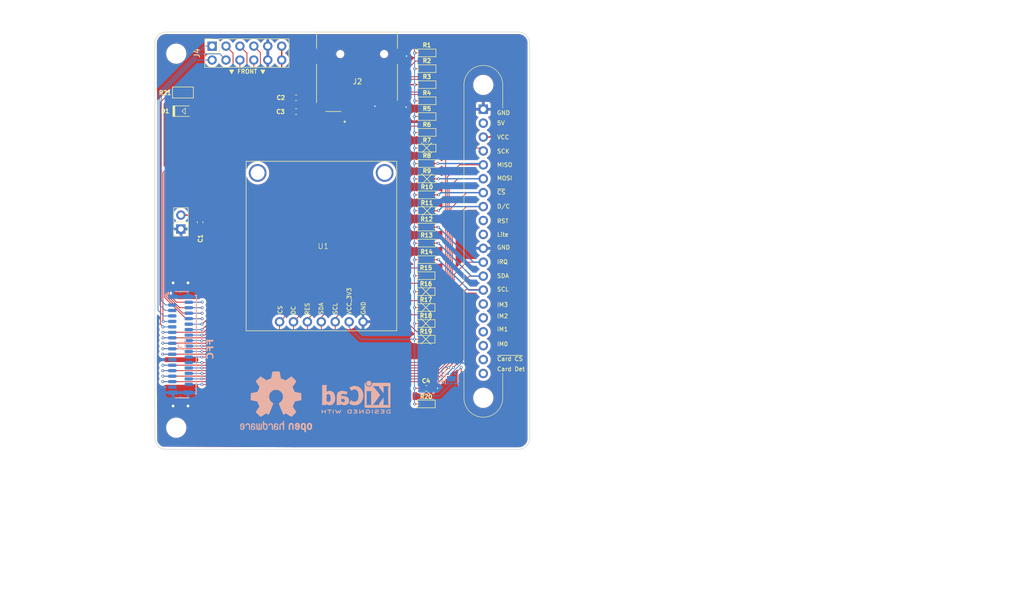
<source format=kicad_pcb>
(kicad_pcb (version 20240108) (generator "pcbnew") (generator_version "8.0")
  (layers (0 "F.Cu" signal) (31 "B.Cu" signal) (34 "B.Paste" user) (35 "F.Paste" user) (36 "B.SilkS" user "B.Silkscreen") (37 "F.SilkS" user "F.Silkscreen") (38 "B.Mask" user) (39 "F.Mask" user) (44 "Edge.Cuts" user))
  (net 0 "")
  (net 3 "FFC_25")
  (net 4 "FFC_28")
  (net 5 "FFC_8")
  (net 6 "FFC_15")
  (net 7 "FFC_21")
  (net 8 "FFC_20")
  (net 9 "FFC_23")
  (net 10 "FFC_29")
  (net 11 "FFC_14")
  (net 12 "FFC_22")
  (net 13 "FFC_26")
  (net 14 "FFC_30")
  (net 15 "FFC_2")
  (net 16 "FFC_7")
  (net 17 "FFC_10")
  (net 18 "FFC_5")
  (net 19 "FFC_6")
  (net 20 "FFC_17")
  (net 21 "FFC_24")
  (net 22 "FFC_16")
  (net 23 "FFC_9")
  (net 24 "FFC_1")
  (net 25 "FFC_27")
  (net 26 "FFC_3")
  (net 27 "FFC_31")
  (net 28 "FFC_12")
  (net 29 "FFC_19")
  (net 30 "FFC_18")
  (net 31 "FFC_32")
  (net 32 "FFC_11")
  (net 33 "FFC_4")
  (net 34 "FFC_13")
  (net 42 "Net-(D1-A)")
  (net 43 "+3V3")
  (net 44 "GND")
  (footprint "PCM_Resistor_SMD_AKL:R_0603_1608Metric_Pad1.05x0.95mm_HandSolder" (layer "F.Cu") (at 116.9 46.8625)
    (property "Reference" "R1")
    (property "Value" "10k")
  )
  (footprint "PCM_Resistor_SMD_AKL:R_0603_1608Metric_Pad1.05x0.95mm_HandSolder" (layer "F.Cu") (at 116.900011 75.668426)
    (property "Reference" "R11")
    (property "Value" "10k")
  )
  (footprint "PCM_Resistor_SMD_AKL:R_0603_1608Metric_Pad1.05x0.95mm_HandSolder" (layer "F.Cu") (at 116.900011 64.240926)
    (property "Reference" "R7")
    (property "Value" "10k")
  )
  (footprint "Capacitor_SMD:C_0603_1608Metric_Pad1.08x0.95mm_HandSolder" (layer "F.Cu") (at 93.0375 55.0525)
    (property "Reference" "C2")
    (property "Value" "10uF")
  )
  (footprint "HiLetgo:OLED_0.95in_96x128_SPI_No_Bottom_Drill_Holes" (layer "F.Cu") (at 84.0235 66.7754)
    (property "Reference" "U1")
    (property "Value" "OLED")
  )
  (footprint "MSD_4_A:CUI_MSD-4-A" (layer "F.Cu") (at 104.15 50.3225 180)
    (property "Reference" "J2")
    (property "Value" "MSD-4-A")
  )
  (footprint "PCM_Resistor_SMD_AKL:R_0603_1608Metric_Pad1.05x0.95mm_HandSolder" (layer "F.Cu") (at 116.729591 87.540926)
    (property "Reference" "R15")
    (property "Value" "10k")
  )
  (footprint "PCM_Resistor_SMD_AKL:R_0603_1608Metric_Pad1.05x0.95mm_HandSolder" (layer "F.Cu") (at 116.854011 78.665926)
    (property "Reference" "R12")
    (property "Value" "10k")
  )
  (footprint "PCM_Resistor_SMD_AKL:R_0603_1608Metric_Pad1.05x0.95mm_HandSolder" (layer "F.Cu") (at 116.9 52.65)
    (property "Reference" "R3")
    (property "Value" "10k")
  )
  (footprint "PCM_Resistor_SMD_AKL:R_0603_1608Metric_Pad1.05x0.95mm_HandSolder" (layer "F.Cu") (at 116.729591 96.279863)
    (property "Reference" "R18")
    (property "Value" "10k")
  )
  (footprint "PCM_Resistor_SMD_AKL:R_0603_1608Metric_Pad1.05x0.95mm_HandSolder" (layer "F.Cu") (at 116.729591 99.146863)
    (property "Reference" "R19")
    (property "Value" "10k")
  )
  (footprint "PCM_Resistor_SMD_AKL:R_0603_1608Metric_Pad1.05x0.95mm_HandSolder" (layer "F.Cu") (at 116.854011 84.615926)
    (property "Reference" "R14")
    (property "Value" "10k")
  )
  (footprint "PCM_Resistor_SMD_AKL:R_0603_1608Metric_Pad1.05x0.95mm_HandSolder" (layer "F.Cu") (at 116.900011 72.776426)
    (property "Reference" "R10")
    (property "Value" "10k")
  )
  (footprint "QBLP631_White_LED:QBLP631_White_LED_0805" (layer "F.Cu") (at 72.56152 57.490976)
    (property "Reference" "D1")
    (property "Value" "White")
  )
  (footprint "PCM_Resistor_SMD_AKL:R_0603_1608Metric_Pad1.05x0.95mm_HandSolder" (layer "F.Cu") (at 116.9 49.732)
    (property "Reference" "R2")
    (property "Value" "10k")
  )
  (footprint "PCM_Resistor_SMD_AKL:R_0603_1608Metric_Pad1.05x0.95mm_HandSolder" (layer "F.Cu") (at 116.729591 93.362863)
    (property "Reference" "R17")
    (property "Value" "10k")
  )
  (footprint "PCM_Resistor_SMD_AKL:R_0805_2012Metric_Pad1.15x1.40mm" (layer "F.Cu") (at 72.39 54.09)
    (property "Reference" "R21")
    (property "Value" "536" (hide yes))
  )
  (footprint "PCM_Resistor_SMD_AKL:R_0603_1608Metric_Pad1.05x0.95mm_HandSolder" (layer "F.Cu") (at 116.900011 69.859426)
    (property "Reference" "R9")
    (property "Value" "10k")
  )
  (footprint "Connector_PinHeader_2.54mm:PinHeader_2x01_P2.54mm_Vertical" (layer "F.Cu") (at 72.016 79.017 90)
    (property "Reference" "J1" (hide yes))
    (property "Value" "PH1-02-UA")
  )
  (footprint "MountingHole:MountingHole_3.2mm_M3" (layer "F.Cu") (at 71.171 47.001)
    (property "Reference" "H3" (hide yes))
    (property "Value" "M3")
  )
  (footprint "PCM_Resistor_SMD_AKL:R_0603_1608Metric_Pad1.05x0.95mm_HandSolder" (layer "F.Cu") (at 116.900011 67.05704)
    (property "Reference" "R8")
    (property "Value" "10k")
  )
  (footprint "Capacitor_SMD:C_0603_1608Metric_Pad1.08x0.95mm_HandSolder" (layer "F.Cu") (at 116.79 108.11)
    (property "Reference" "C4")
    (property "Value" "0.1uF")
  )
  (footprint "Capacitor_SMD:C_0603_1608Metric_Pad1.08x0.95mm_HandSolder" (layer "F.Cu") (at 93.0375 57.5625)
    (property "Reference" "C3")
    (property "Value" "0.1uF")
  )
  (footprint "Capacitor_SMD:C_0603_1608Metric_Pad1.08x0.95mm_HandSolder" (layer "F.Cu") (at 75.53 77.78 -90)
    (property "Reference" "C1")
    (property "Value" "47uF")
  )
  (footprint "Adafruit_Modules:Adafruit 2.8 Cap Touchscreen (2090)" (layer "F.Cu") (at 123.462494 48.96866)
    (property "Reference" "ADA1" (hide yes))
    (property "Value" "Adafruit 2.8\" Cap Touch #2090")
  )
  (footprint "PCM_Resistor_SMD_AKL:R_0603_1608Metric_Pad1.05x0.95mm_HandSolder" (layer "F.Cu") (at 116.854011 81.590926)
    (property "Reference" "R13")
    (property "Value" "10k")
  )
  (footprint "MountingHole:MountingHole_3.2mm_M3" (layer "F.Cu") (at 71.171 115.301)
    (property "Reference" "H1" (hide yes))
    (property "Value" "M3")
  )
  (footprint "PCM_Resistor_SMD_AKL:R_0603_1608Metric_Pad1.05x0.95mm_HandSolder" (layer "F.Cu") (at 116.9 61.375)
    (property "Reference" "R6")
    (property "Value" "10k")
  )
  (footprint "PCM_Resistor_SMD_AKL:R_0603_1608Metric_Pad1.05x0.95mm_HandSolder" (layer "F.Cu") (at 116.9 58.475)
    (property "Reference" "R5")
    (property "Value" "10k")
  )
  (footprint "PCM_Resistor_SMD_AKL:R_0603_1608Metric_Pad1.05x0.95mm_HandSolder" (layer "F.Cu") (at 116.729591 90.453826)
    (property "Reference" "R16")
    (property "Value" "10k")
  )
  (footprint "Connector_PinSocket_2.54mm:PinSocket_2x06_P2.54mm_Vertical" (layer "F.Cu") (at 77.71 45.62 90)
    (property "Reference" "J4")
    (property "Value" "Conn_02x06_Odd_Even")
  )
  (footprint "PCM_Resistor_SMD_AKL:R_0603_1608Metric_Pad1.05x0.95mm_HandSolder" (layer "F.Cu") (at 116.77 110.97)
    (property "Reference" "R20")
    (property "Value" "10k")
  )
  (footprint "PCM_Resistor_SMD_AKL:R_0603_1608Metric_Pad1.05x0.95mm_HandSolder" (layer "F.Cu") (at 116.9 55.6)
    (property "Reference" "R4")
    (property "Value" "10k")
  )
  (footprint "Package_SON:WSON-6-1EP_2x2mm_P0.65mm_EP1x1.6mm" (layer "B.Cu") (at 121.37 106.3475 -90)
    (property "Reference" "U2")
    (property "Value" "TMP117MAIDRV")
  )
  (footprint "Symbol:KiCad-Logo2_5mm_SilkScreen" (layer "B.Cu") (at 103.98 109.72 180)
    (property "Reference" "G1" (hide yes))
    (property "Value" "Logo_Open_Hardware_Small" (hide yes))
  )
  (footprint "FH12-32S-0.5SVA:FH1232S05SVA54" (layer "B.Cu") (at 72.275 100.14 -90)
    (property "Reference" "J3")
    (property "Value" "FH12-32S-0.5SVA" (hide yes))
  )
  (footprint "Symbol:OSHW-Logo2_14.6x12mm_SilkScreen" (layer "B.Cu") (at 89.38 110.58 180)
    (property "Reference" "G2" (hide yes))
    (property "Value" "Logo_Open_Hardware_Small" (hide yes))
  )
  (gr_line (start 115.987128 74.764889) (end 117.838318 76.616079) (stroke (width 0.127)) (layer "F.SilkS"))
  (gr_line (start 115.962128 68.939889) (end 117.813318 70.791079) (stroke (width 0.127)) (layer "F.SilkS"))
  (gr_line (start 115.908128 63.271466) (end 117.759318 65.122656) (stroke (width 0.127)) (layer "F.SilkS"))
  (gr_line (start 115.803996 98.232963) (end 117.655186 100.084153) (stroke (width 0.127)) (layer "F.SilkS"))
  (gr_line (start 115.837554 94.217037) (end 117.621628 92.432963) (stroke (width 0.127)) (layer "F.SilkS"))
  (gr_line (start 116.007974 65.05554) (end 117.792048 63.271466) (stroke (width 0.127)) (layer "F.SilkS"))
  (gr_line (start 115.803996 95.357963) (end 117.655186 97.209153) (stroke (width 0.127)) (layer "F.SilkS"))
  (gr_line (start 115.837554 97.142037) (end 117.621628 95.357963) (stroke (width 0.127)) (layer "F.SilkS"))
  (gr_line (start 115.803996 89.540926) (end 117.655186 91.392116) (stroke (width 0.127)) (layer "F.SilkS"))
  (gr_line (start 115.837554 100.017037) (end 117.621628 98.232963) (stroke (width 0.127)) (layer "F.SilkS"))
  (gr_line (start 116.086974 76.548963) (end 117.871048 74.764889) (stroke (width 0.127)) (layer "F.SilkS"))
  (gr_line (start 116.061974 70.723963) (end 117.846048 68.939889) (stroke (width 0.127)) (layer "F.SilkS"))
  (gr_line (start 115.837554 91.325) (end 117.621628 89.540926) (stroke (width 0.127)) (layer "F.SilkS"))
  (gr_line (start 115.803996 92.432963) (end 117.655186 94.284153) (stroke (width 0.127)) (layer "F.SilkS"))
  (gr_line (start 67.263 117.219) (end 67.263 45.083) (stroke (width 0.1016)) (layer "Edge.Cuts"))
  (gr_line (start 69.295 119.251) (end 133.613159 119.251) (stroke (width 0.1016)) (layer "Edge.Cuts"))
  (gr_arc (start 135.645159 117.219) (mid 135.05 118.655841) (end 133.613159 119.251) (stroke (width 0.1016)) (layer "Edge.Cuts"))
  (gr_line (start 135.645159 45.083) (end 135.645159 117.219) (stroke (width 0.1016)) (layer "Edge.Cuts"))
  (gr_arc (start 67.263 45.083) (mid 67.858159 43.646159) (end 69.295 43.051) (stroke (width 0.1016)) (layer "Edge.Cuts"))
  (gr_arc (start 69.295 119.251) (mid 67.858159 118.655841) (end 67.263 117.219) (stroke (width 0.1016)) (layer "Edge.Cuts"))
  (gr_line (start 69.295 43.051) (end 133.613159 43.051) (stroke (width 0.1016)) (layer "Edge.Cuts"))
  (gr_arc (start 133.613159 43.051) (mid 135.05 43.646159) (end 135.645159 45.083) (stroke (width 0.1016)) (layer "Edge.Cuts"))
  (gr_text "FFC" (at 78.17 99.08 90) (layer "B.SilkS") (effects (font (size 1.27 1.27) (thickness 0.1524) (bold yes)) (justify left bottom mirror)))
  (gr_text "▼ FRONT ▼" (at 80.7 50.7 0) (layer "F.SilkS") (effects (font (size 0.762 0.762) (thickness 0.1524) (bold yes)) (justify left bottom)))
  (segment (start 75.85 104.39) (end 118.34 104.39) (width 0.1524) (layer "F.Cu") (net 3))
  (segment (start 117.775011 69.859426) (end 118.989426 69.859426) (width 0.254) (layer "F.Cu") (net 3))
  (segment (start 122.52634 69.84366) (end 127.192494 69.84366) (width 0.1524) (layer "F.Cu") (net 3))
  (segment (start 120.96 71.41) (end 122.52634 69.84366) (width 0.1524) (layer "F.Cu") (net 3))
  (segment (start 118.34 104.39) (end 120.96 101.77) (width 0.1524) (layer "F.Cu") (net 3))
  (segment (start 118.989426 69.859426) (end 118.99 69.86) (width 0.254) (layer "F.Cu") (net 3))
  (segment (start 120.96 101.77) (end 120.96 71.41) (width 0.1524) (layer "F.Cu") (net 3))
  (via (at 75.85 104.39) (size 0.508) (drill 0.254) (layers "F.Cu" "B.Cu") (net 3))
  (via (at 118.99 69.86) (size 0.508) (drill 0.254) (layers "F.Cu" "B.Cu") (net 3))
  (segment (start 73.45 104.39) (end 75.85 104.39) (width 0.1524) (layer "B.Cu") (net 3))
  (segment (start 118.99 69.86) (end 119.00634 69.84366) (width 0.254) (layer "B.Cu") (net 3))
  (segment (start 119.00634 69.84366) (end 127.192494 69.84366) (width 0.254) (layer "B.Cu") (net 3))
  (segment (start 124.12074 85.08366) (end 127.192494 85.08366) (width 0.1524) (layer "F.Cu") (net 4))
  (segment (start 68.7126 105.8826) (end 118.5974 105.8826) (width 0.1524) (layer "F.Cu") (net 4))
  (segment (start 121.8744 102.6056) (end 121.8744 87.33) (width 0.1524) (layer "F.Cu") (net 4))
  (segment (start 121.8744 87.33) (end 124.12074 85.08366) (width 0.1524) (layer "F.Cu") (net 4))
  (segment (start 117.729011 78.665926) (end 118.985926 78.665926) (width 0.254) (layer "F.Cu") (net 4))
  (segment (start 118.985926 78.665926) (end 118.99 78.67) (width 0.254) (layer "F.Cu") (net 4))
  (segment (start 68.72 105.89) (end 68.7126 105.8826) (width 0.1524) (layer "F.Cu") (net 4))
  (segment (start 118.5974 105.8826) (end 121.8744 102.6056) (width 0.1524) (layer "F.Cu") (net 4))
  (via (at 118.99 78.67) (size 0.508) (drill 0.254) (layers "F.Cu" "B.Cu") (net 4))
  (via (at 68.72 105.89) (size 0.508) (drill 0.254) (layers "F.Cu" "B.Cu") (net 4))
  (segment (start 70.45 105.89) (end 68.72 105.89) (width 0.1524) (layer "B.Cu") (net 4))
  (segment (start 118.99 78.67) (end 125.40366 85.08366) (width 0.254) (layer "B.Cu") (net 4))
  (segment (start 125.40366 85.08366) (end 127.192494 85.08366) (width 0.254) (layer "B.Cu") (net 4))
  (segment (start 80.25 45.62) (end 81.54 46.91) (width 0.1524) (layer "F.Cu") (net 5))
  (segment (start 68.7308 68.734992) (end 68.7308 95.8558) (width 0.1524) (layer "F.Cu") (net 5))
  (segment (start 70.644992 66.8208) (end 68.7308 68.734992) (width 0.1524) (layer "F.Cu") (net 5))
  (segment (start 81.54 58.048948) (end 73.016449 66.572499) (width 0.1524) (layer "F.Cu") (net 5))
  (segment (start 68.7308 95.8558) (end 68.75 95.875) (width 0.1524) (layer "F.Cu") (net 5))
  (segment (start 81.54 46.91) (end 81.54 58.048948) (width 0.1524) (layer "F.Cu") (net 5))
  (segment (start 73.016449 66.586449) (end 72.782098 66.8208) (width 0.1524) (layer "F.Cu") (net 5))
  (segment (start 72.782098 66.8208) (end 70.644992 66.8208) (width 0.1524) (layer "F.Cu") (net 5))
  (segment (start 73.016449 66.572499) (end 73.016449 66.586449) (width 0.1524) (layer "F.Cu") (net 5))
  (via (at 68.78 95.89) (size 0.508) (drill 0.254) (layers "F.Cu" "B.Cu") (net 5))
  (segment (start 68.78 95.89) (end 68.765 95.89) (width 0.1524) (layer "B.Cu") (net 5))
  (segment (start 68.765 95.89) (end 68.75 95.875) (width 0.1524) (layer "B.Cu") (net 5))
  (segment (start 70.45 95.89) (end 68.78 95.89) (width 0.1524) (layer "B.Cu") (net 5))
  (segment (start 76.87 99.39) (end 75.82 99.39) (width 0.1524) (layer "F.Cu") (net 6))
  (segment (start 117.33 54.46) (end 111.97 54.46) (width 0.1524) (layer "F.Cu") (net 6))
  (segment (start 109.6 62.351052) (end 101.254 70.697052) (width 0.1524) (layer "F.Cu") (net 6))
  (segment (start 101.254 75.006) (end 76.87 99.39) (width 0.1524) (layer "F.Cu") (net 6))
  (segment (start 101.254 70.697052) (end 101.254 75.006) (width 0.1524) (layer "F.Cu") (net 6))
  (segment (start 109.6 56.83) (end 109.6 62.351052) (width 0.1524) (layer "F.Cu") (net 6))
  (segment (start 111.97 54.46) (end 109.6 56.83) (width 0.1524) (layer "F.Cu") (net 6))
  (segment (start 117.775 54.905) (end 117.33 54.46) (width 0.1524) (layer "F.Cu") (net 6))
  (segment (start 117.775 55.6) (end 117.775 54.905) (width 0.1524) (layer "F.Cu") (net 6))
  (via (at 75.82 99.39) (size 0.508) (drill 0.254) (layers "F.Cu" "B.Cu") (net 6))
  (segment (start 73.45 99.39) (end 75.82 99.39) (width 0.1524) (layer "B.Cu") (net 6))
  (segment (start 116.76 97.79) (end 117.604591 98.634591) (width 0.1524) (layer "F.Cu") (net 7))
  (segment (start 100.1779 98.0521) (end 100.1779 95.9584) (width 0.1524) (layer "F.Cu") (net 7))
  (segment (start 101.65 93.83) (end 111.1 93.83) (width 0.1524) (layer "F.Cu") (net 7))
  (segment (start 111.1 93.83) (end 115.06 97.79) (width 0.1524) (layer "F.Cu") (net 7))
  (segment (start 117.604591 98.634591) (end 117.604591 99.146863) (width 0.1524) (layer "F.Cu") (net 7))
  (segment (start 100.1779 95.9584) (end 100.1779 95.3021) (width 0.1524) (layer "F.Cu") (net 7))
  (segment (start 75.84 102.4) (end 95.95 102.4) (width 0.1524) (layer "F.Cu") (net 7))
  (segment (start 100.1779 95.3021) (end 101.65 93.83) (width 0.1524) (layer "F.Cu") (net 7))
  (segment (start 95.95 102.4) (end 100.16 98.19) (width 0.1524) (layer "F.Cu") (net 7))
  (segment (start 100.16 98.19) (end 100.16 98.07) (width 0.1524) (layer "F.Cu") (net 7))
  (segment (start 100.16 98.07) (end 100.1779 98.0521) (width 0.1524) (layer "F.Cu") (net 7))
  (segment (start 115.06 97.79) (end 116.76 97.79) (width 0.1524) (layer "F.Cu") (net 7))
  (via (at 75.84 102.4) (size 0.508) (drill 0.254) (layers "F.Cu" "B.Cu") (net 7))
  (segment (start 75.83 102.39) (end 75.84 102.4) (width 0.1524) (layer "B.Cu") (net 7))
  (segment (start 73.45 102.39) (end 75.83 102.39) (width 0.1524) (layer "B.Cu") (net 7))
  (segment (start 114.14 94.68) (end 112.44 92.98) (width 0.1524) (layer "F.Cu") (net 8))
  (segment (start 75.6375 101.87) (end 75.6401 101.8726) (width 0.1524) (layer "F.Cu") (net 8))
  (segment (start 93.2674 101.8726) (end 97.6379 97.5021) (width 0.1524) (layer "F.Cu") (net 8))
  (segment (start 116.97 94.68) (end 114.14 94.68) (width 0.1524) (layer "F.Cu") (net 8))
  (segment (start 112.44 92.98) (end 99.77 92.98) (width 0.1524) (layer "F.Cu") (net 8))
  (segment (start 75.6401 101.8726) (end 93.2674 101.8726) (width 0.1524) (layer "F.Cu") (net 8))
  (segment (start 97.6379 97.5021) (end 97.6379 95.9584) (width 0.1524) (layer "F.Cu") (net 8))
  (segment (start 99.77 92.98) (end 97.6379 95.1121) (width 0.1524) (layer "F.Cu") (net 8))
  (segment (start 68.69 101.87) (end 75.6375 101.87) (width 0.1524) (layer "F.Cu") (net 8))
  (segment (start 117.604591 95.314591) (end 116.97 94.68) (width 0.1524) (layer "F.Cu") (net 8))
  (segment (start 97.6379 95.1121) (end 97.6379 95.9584) (width 0.1524) (layer "F.Cu") (net 8))
  (segment (start 117.604591 96.279863) (end 117.604591 95.314591) (width 0.1524) (layer "F.Cu") (net 8))
  (via (at 68.69 101.87) (size 0.508) (drill 0.254) (layers "F.Cu" "B.Cu") (net 8))
  (segment (start 68.71 101.89) (end 68.69 101.87) (width 0.1524) (layer "B.Cu") (net 8))
  (segment (start 70.45 101.89) (end 68.71 101.89) (width 0.1524) (layer "B.Cu") (net 8))
  (segment (start 120.32 101.34) (end 120.32 65.81) (width 0.1524) (layer "F.Cu") (net 9))
  (segment (start 120.31 65.8) (end 118.750926 64.240926) (width 0.1524) (layer "F.Cu") (net 9))
  (segment (start 118.750926 64.240926) (end 117.775011 64.240926) (width 0.1524) (layer "F.Cu") (net 9))
  (segment (start 118.27 103.39) (end 120.32 101.34) (width 0.1524) (layer "F.Cu") (net 9))
  (segment (start 75.84 103.39) (end 118.27 103.39) (width 0.1524) (layer "F.Cu") (net 9))
  (segment (start 117.775011 64.240926) (end 126.66976 64.240926) (width 0.1524) (layer "F.Cu") (net 9))
  (segment (start 126.66976 64.240926) (end 127.192494 64.76366) (width 0.1524) (layer "F.Cu") (net 9))
  (via (at 75.84 103.39) (size 0.508) (drill 0.254) (layers "F.Cu" "B.Cu") (net 9))
  (segment (start 73.45 103.39) (end 75.84 103.39) (width 0.1524) (layer "B.Cu") (net 9))
  (segment (start 118.82 106.39) (end 75.84 106.39) (width 0.1524) (layer "F.Cu") (net 10))
  (segment (start 118.990926 81.590926) (end 119 81.6) (width 0.254) (layer "F.Cu") (net 10))
  (segment (start 127.192494 87.62366) (end 124.65634 87.62366) (width 0.1524) (layer "F.Cu") (net 10))
  (segment (start 122.2 90.08) (end 122.2 103.01) (width 0.1524) (layer "F.Cu") (net 10))
  (segment (start 122.2 103.01) (end 118.82 106.39) (width 0.1524) (layer "F.Cu") (net 10))
  (segment (start 124.65634 87.62366) (end 122.2 90.08) (width 0.1524) (layer "F.Cu") (net 10))
  (segment (start 117.729011 81.590926) (end 118.990926 81.590926) (width 0.254) (layer "F.Cu") (net 10))
  (via (at 119 81.6) (size 0.508) (drill 0.254) (layers "F.Cu" "B.Cu") (net 10))
  (via (at 120.89125 104.29) (size 0.508) (drill 0.254) (layers "F.Cu" "B.Cu") (net 10))
  (via (at 75.84 106.39) (size 0.508) (drill 0.254) (layers "F.Cu" "B.Cu") (net 10))
  (segment (start 120.715 107.23) (end 120.72 107.235) (width 0.1524) (layer "B.Cu") (net 10))
  (segment (start 125.02366 87.62366) (end 127.192494 87.62366) (width 0.254) (layer "B.Cu") (net 10))
  (segment (start 73.45 106.39) (end 75.84 106.39) (width 0.1524) (layer "B.Cu") (net 10))
  (segment (start 119 81.6) (end 125.02366 87.62366) (width 0.254) (layer "B.Cu") (net 10))
  (segment (start 119.975 107.235) (end 120.72 107.235) (width 0.1524) (layer "B.Cu") (net 10))
  (segment (start 119.68 104.64) (end 119.68 106.94) (width 0.1524) (layer "B.Cu") (net 10))
  (segment (start 119.68 106.94) (end 119.975 107.235) (width 0.1524) (layer "B.Cu") (net 10))
  (segment (start 120.89125 104.29) (end 120.03 104.29) (width 0.1524) (layer "B.Cu") (net 10))
  (segment (start 120.03 104.29) (end 119.68 104.64) (width 0.1524) (layer "B.Cu") (net 10))
  (segment (start 118.29 54.02) (end 118.85 54.58) (width 0.1524) (layer "F.Cu") (net 11))
  (segment (start 100.9492 70.5708) (end 108.5 63.02) (width 0.1524) (layer "F.Cu") (net 11))
  (segment (start 118.85 57.4) (end 117.775 58.475) (width 0.1524) (layer "F.Cu") (net 11))
  (segment (start 100.9492 74.5908) (end 100.9492 70.5708) (width 0.1524) (layer "F.Cu") (net 11))
  (segment (start 76.65 98.89) (end 100.9492 74.5908) (width 0.1524) (layer "F.Cu") (net 11))
  (segment (start 68.75 98.89) (end 76.65 98.89) (width 0.1524) (layer "F.Cu") (net 11))
  (segment (start 108.5 63.02) (end 108.5 57.01) (width 0.1524) (layer "F.Cu") (net 11))
  (segment (start 118.85 54.58) (end 118.85 57.4) (width 0.1524) (layer "F.Cu") (net 11))
  (segment (start 111.49 54.02) (end 118.29 54.02) (width 0.1524) (layer "F.Cu") (net 11))
  (segment (start 108.5 57.01) (end 111.49 54.02) (width 0.1524) (layer "F.Cu") (net 11))
  (via (at 68.75 98.89) (size 0.508) (drill 0.254) (layers "F.Cu" "B.Cu") (net 11))
  (segment (start 70.45 98.89) (end 68.75 98.89) (width 0.1524) (layer "B.Cu") (net 11))
  (segment (start 117.775011 72.776426) (end 119.043574 72.776426) (width 0.254) (layer "F.Cu") (net 13))
  (segment (start 68.7 104.89) (end 68.6826 104.8726) (width 0.1524) (layer "F.Cu") (net 13))
  (segment (start 121.2648 75.27) (end 124.15114 72.38366) (width 0.1524) (layer "F.Cu") (net 13))
  (segment (start 68.6826 104.8726) (end 118.4274 104.8726) (width 0.1524) (layer "F.Cu") (net 13))
  (segment (start 119.043574 72.776426) (end 119.05 72.77) (width 0.254) (layer "F.Cu") (net 13))
  (segment (start 121.2648 102.0352) (end 121.2648 75.27) (width 0.1524) (layer "F.Cu") (net 13))
  (segment (start 124.15114 72.38366) (end 127.192494 72.38366) (width 0.1524) (layer "F.Cu") (net 13))
  (segment (start 118.4274 104.8726) (end 121.2648 102.0352) (width 0.1524) (layer "F.Cu") (net 13))
  (via (at 119.05 72.77) (size 0.508) (drill 0.254) (layers "F.Cu" "B.Cu") (net 13))
  (via (at 68.7 104.89) (size 0.508) (drill 0.254) (layers "F.Cu" "B.Cu") (net 13))
  (segment (start 119.43634 72.38366) (end 127.192494 72.38366) (width 0.254) (layer "B.Cu") (net 13))
  (segment (start 70.45 104.89) (end 68.7 104.89) (width 0.1524) (layer "B.Cu") (net 13))
  (segment (start 119.05 72.77) (end 119.43634 72.38366) (width 0.254) (layer "B.Cu") (net 13))
  (segment (start 122.5048 91.6052) (end 124.05 90.06) (width 0.1524) (layer "F.Cu") (net 14))
  (segment (start 122.5048 103.5252) (end 122.5048 91.6052) (width 0.1524) (layer "F.Cu") (net 14))
  (segment (start 117.729011 84.615926) (end 119.005926 84.615926) (width 0.254) (layer "F.Cu") (net 14))
  (segment (start 119.005926 84.615926) (end 119.01 84.62) (width 0.254) (layer "F.Cu") (net 14))
  (segment (start 121.73 104.3) (end 119.14 106.89) (width 0.1524) (layer "F.Cu") (net 14))
  (segment (start 121.73 104.3) (end 122.5048 103.5252) (width 0.1524) (layer "F.Cu") (net 14))
  (segment (start 127.088834 90.06) (end 127.192494 90.16366) (width 0.1524) (layer "F.Cu") (net 14))
  (segment (start 119.14 106.89) (end 68.7 106.89) (width 0.1524) (layer "F.Cu") (net 14))
  (segment (start 124.05 90.06) (end 127.088834 90.06) (width 0.1524) (layer "F.Cu") (net 14))
  (via (at 68.7 106.89) (size 0.508) (drill 0.254) (layers "F.Cu" "B.Cu") (net 14))
  (via (at 121.73 104.3) (size 0.508) (drill 0.254) (layers "F.Cu" "B.Cu") (net 14))
  (via (at 119.01 84.62) (size 0.508) (drill 0.254) (layers "F.Cu" "B.Cu") (net 14))
  (segment (start 121.73 104.3) (end 120.72 105.31) (width 0.1524) (layer "B.Cu") (net 14))
  (segment (start 70.45 106.89) (end 68.7 106.89) (width 0.1524) (layer "B.Cu") (net 14))
  (segment (start 119.01 84.62) (end 124.55366 90.16366) (width 0.254) (layer "B.Cu") (net 14))
  (segment (start 124.55366 90.16366) (end 127.192494 90.16366) (width 0.254) (layer "B.Cu") (net 14))
  (segment (start 120.72 105.31) (end 120.72 105.46) (width 0.1524) (layer "B.Cu") (net 14))
  (segment (start 74.642104 48.16) (end 77.71 48.16) (width 0.1524) (layer "B.Cu") (net 15))
  (segment (start 68.47 92.13) (end 68.47 54.332104) (width 0.1524) (layer "B.Cu") (net 15))
  (segment (start 69.23 92.89) (end 68.47 92.13) (width 0.1524) (layer "B.Cu") (net 15))
  (segment (start 70.45 92.89) (end 69.23 92.89) (width 0.1524) (layer "B.Cu") (net 15))
  (segment (start 68.47 54.332104) (end 74.642104 48.16) (width 0.1524) (layer "B.Cu") (net 15))
  (segment (start 75.9 95.39) (end 75.885 95.38) (width 0.1524) (layer "F.Cu") (net 16))
  (segment (start 75.885 95.38) (end 75.875 95.38) (width 0.1524) (layer "F.Cu") (net 16))
  (segment (start 70.771244 67.1256) (end 69.0356 68.861244) (width 0.1524) (layer "F.Cu") (net 16))
  (segment (start 72.90835 67.1256) (end 70.771244 67.1256) (width 0.1524) (layer "F.Cu") (net 16))
  (segment (start 81.876975 58.156975) (end 72.90835 67.1256) (width 0.1524) (layer "F.Cu") (net 16))
  (segment (start 69.0356 68.861244) (end 69.0356 91.4956) (width 0.1524) (layer "F.Cu") (net 16))
  (segment (start 82.78 48.17) (end 82.78 57.24) (width 0.1524) (layer "F.Cu") (net 16))
  (segment (start 82.78 57.24) (end 81.876975 58.143025) (width 0.1524) (layer "F.Cu") (net 16))
  (segment (start 81.876975 58.143025) (end 81.876975 58.156975) (width 0.1524) (layer "F.Cu") (net 16))
  (segment (start 72.92 95.38) (end 75.865 95.38) (width 0.1524) (layer "F.Cu") (net 16))
  (segment (start 75.865 95.38) (end 75.9 95.39) (width 0.1524) (layer "F.Cu") (net 16))
  (segment (start 82.79 48.16) (end 82.78 48.17) (width 0.1524) (layer "F.Cu") (net 16))
  (segment (start 69.0356 91.4956) (end 72.92 95.38) (width 0.1524) (layer "F.Cu") (net 16))
  (via (at 75.9 95.39) (size 0.508) (drill 0.254) (layers "F.Cu" "B.Cu") (net 16))
  (segment (start 73.45 95.39) (end 75.865 95.39) (width 0.1524) (layer "B.Cu") (net 16))
  (segment (start 75.865 95.39) (end 75.875 95.38) (width 0.1524) (layer "B.Cu") (net 16))
  (segment (start 68.29 93.99) (end 68.29 55.85) (width 0.1524) (layer "F.Cu") (net 17))
  (segment (start 68.2928 96.4178) (end 68.2928 93.9928) (width 0.1524) (layer "F.Cu") (net 17))
  (segment (start 68.75 96.875) (end 68.2928 96.4178) (width 0.1524) (layer "F.Cu") (net 17))
  (segment (start 68.29 55.85) (end 70.05 54.09) (width 0.1524) (layer "F.Cu") (net 17))
  (segment (start 68.2928 93.9928) (end 68.29 93.99) (width 0.1524) (layer "F.Cu") (net 17))
  (segment (start 70.05 54.09) (end 71.365 54.09) (width 0.1524) (layer "F.Cu") (net 17))
  (via (at 68.74 96.9) (size 0.508) (drill 0.254) (layers "F.Cu" "B.Cu") (net 17))
  (segment (start 68.775 96.9) (end 68.74 96.9) (width 0.1524) (layer "B.Cu") (net 17))
  (segment (start 68.765 96.89) (end 68.775 96.9) (width 0.1524) (layer "B.Cu") (net 17))
  (segment (start 70.45 96.89) (end 68.765 96.89) (width 0.1524) (layer "B.Cu") (net 17))
  (segment (start 68.74 96.9) (end 68.74 96.865) (width 0.1524) (layer "B.Cu") (net 17))
  (segment (start 68.74 96.865) (end 68.75 96.875) (width 0.1524) (layer "B.Cu") (net 17))
  (segment (start 75.9 94.39) (end 75.885 94.38) (width 0.1524) (layer "F.Cu") (net 18))
  (segment (start 75.865 94.38) (end 75.9 94.39) (width 0.1524) (layer "F.Cu") (net 18))
  (segment (start 70.897496 67.4304) (end 69.3404 68.987496) (width 0.1524) (layer "F.Cu") (net 18))
  (segment (start 82.79 45.62) (end 84.07 46.9) (width 0.1524) (layer "F.Cu") (net 18))
  (segment (start 84.07 56.395002) (end 73.034602 67.4304) (width 0.1524) (layer "F.Cu") (net 18))
  (segment (start 72.351052 94.38) (end 75.865 94.38) (width 0.1524) (layer "F.Cu") (net 18))
  (segment (start 73.034602 67.4304) (end 70.897496 67.4304) (width 0.1524) (layer "F.Cu") (net 18))
  (segment (start 84.07 46.9) (end 84.07 56.395002) (width 0.1524) (layer "F.Cu") (net 18))
  (segment (start 69.3404 91.369348) (end 72.351052 94.38) (width 0.1524) (layer "F.Cu") (net 18))
  (segment (start 75.885 94.38) (end 75.875 94.38) (width 0.1524) (layer "F.Cu") (net 18))
  (segment (start 69.3404 68.987496) (end 69.3404 91.369348) (width 0.1524) (layer "F.Cu") (net 18))
  (via (at 75.9 94.39) (size 0.508) (drill 0.254) (layers "F.Cu" "B.Cu") (net 18))
  (segment (start 73.45 94.39) (end 75.865 94.39) (width 0.1524) (layer "B.Cu") (net 18))
  (segment (start 75.865 94.39) (end 75.875 94.38) (width 0.1524) (layer "B.Cu") (net 18))
  (segment (start 68.87 94.89) (end 70.45 94.89) (width 0.1524) (layer "B.Cu") (net 19))
  (segment (start 76.32 45.62) (end 67.84 54.1) (width 0.1524) (layer "B.Cu") (net 19))
  (segment (start 67.84 54.1) (end 67.84 93.86) (width 0.1524) (layer "B.Cu") (net 19))
  (segment (start 67.84 93.86) (end 68.87 94.89) (width 0.1524) (layer "B.Cu") (net 19))
  (segment (start 77.71 45.62) (end 76.32 45.62) (width 0.1524) (layer "B.Cu") (net 19))
  (segment (start 116.203665 86.14) (end 117.604591 87.540926) (width 0.1524) (layer "F.Cu") (net 20))
  (segment (start 90.0179 97.3221) (end 90.0179 95.9584) (width 0.1524) (layer "F.Cu") (net 20))
  (segment (start 86.95 100.39) (end 90.0179 97.3221) (width 0.1524) (layer "F.Cu") (net 20))
  (segment (start 75.84 100.39) (end 86.95 100.39) (width 0.1524) (layer "F.Cu") (net 20))
  (segment (start 99.8363 86.14) (end 116.203665 86.14) (width 0.1524) (layer "F.Cu") (net 20))
  (segment (start 90.0179 95.9584) (end 99.8363 86.14) (width 0.1524) (layer "F.Cu") (net 20))
  (via (at 75.84 100.39) (size 0.508) (drill 0.254) (layers "F.Cu" "B.Cu") (net 20))
  (segment (start 73.45 100.39) (end 75.84 100.39) (width 0.1524) (layer "B.Cu") (net 20))
  (segment (start 117.775011 67.05704) (end 118.90704 67.05704) (width 0.254) (layer "F.Cu") (net 21))
  (segment (start 68.72 103.89) (end 118.32 103.89) (width 0.1524) (layer "F.Cu") (net 21))
  (segment (start 120.6248 101.5852) (end 120.6248 69.52) (width 0.1524) (layer "F.Cu") (net 21))
  (segment (start 118.32 103.89) (end 120.6248 101.5852) (width 0.1524) (layer "F.Cu") (net 21))
  (segment (start 122.84114 67.30366) (end 127.192494 67.30366) (width 0.1524) (layer "F.Cu") (net 21))
  (segment (start 118.90704 67.05704) (end 118.91 67.06) (width 0.254) (layer "F.Cu") (net 21))
  (segment (start 120.6248 69.52) (end 122.84114 67.30366) (width 0.1524) (layer "F.Cu") (net 21))
  (via (at 118.91 67.06) (size 0.508) (drill 0.254) (layers "F.Cu" "B.Cu") (net 21))
  (via (at 68.72 103.89) (size 0.508) (drill 0.254) (layers "F.Cu" "B.Cu") (net 21))
  (segment (start 126.948834 67.06) (end 127.192494 67.30366) (width 0.254) (layer "B.Cu") (net 21))
  (segment (start 118.91 67.06) (end 126.948834 67.06) (width 0.254) (layer "B.Cu") (net 21))
  (segment (start 70.45 103.89) (end 68.72 103.89) (width 0.1524) (layer "B.Cu") (net 21))
  (segment (start 68.7026 99.8726) (end 77.0574 99.8726) (width 0.1524) (layer "F.Cu") (net 22))
  (segment (start 101.57 70.812104) (end 110.7 61.682104) (width 0.1524) (layer "F.Cu") (net 22))
  (segment (start 110.7 61.682104) (end 110.7 60.24) (width 0.1524) (layer "F.Cu") (net 22))
  (segment (start 117.775 61.375) (end 116.64 60.24) (width 0.1524) (layer "F.Cu") (net 22))
  (segment (start 68.7 99.87) (end 68.7026 99.8726) (width 0.1524) (layer "F.Cu") (net 22))
  (segment (start 77.0574 99.8726) (end 101.57 75.36) (width 0.1524) (layer "F.Cu") (net 22))
  (segment (start 101.57 75.36) (end 101.57 70.812104) (width 0.1524) (layer "F.Cu") (net 22))
  (segment (start 116.64 60.24) (end 110.7 60.24) (width 0.1524) (layer "F.Cu") (net 22))
  (segment (start 110.7 60.24) (end 110.7 58.0725) (width 0.1524) (layer "F.Cu") (net 22))
  (via (at 68.7 99.87) (size 0.508) (drill 0.254) (layers "F.Cu" "B.Cu") (net 22))
  (segment (start 68.72 99.89) (end 68.7 99.87) (width 0.1524) (layer "B.Cu") (net 22))
  (segment (start 70.45 99.89) (end 68.72 99.89) (width 0.1524) (layer "B.Cu") (net 22))
  (segment (start 101.9 55.82) (end 107.26 50.46) (width 0.1524) (layer "F.Cu") (net 23))
  (segment (start 101.9 58.0725) (end 101.9 55.82) (width 0.1524) (layer "F.Cu") (net 23))
  (segment (start 117.775 47.595) (end 117.775 46.8625) (width 0.1524) (layer "F.Cu") (net 23))
  (segment (start 75.91 96.38) (end 99.73 72.56) (width 0.1524) (layer "F.Cu") (net 23))
  (segment (start 99.73 72.56) (end 99.73 70.065792) (width 0.1524) (layer "F.Cu") (net 23))
  (segment (start 75.875 96.38) (end 75.91 96.38) (width 0.1524) (layer "F.Cu") (net 23))
  (segment (start 112.74 50.46) (end 114.84 48.36) (width 0.1524) (layer "F.Cu") (net 23))
  (segment (start 114.84 48.36) (end 117.01 48.36) (width 0.1524) (layer "F.Cu") (net 23))
  (segment (start 107.26 50.46) (end 112.74 50.46) (width 0.1524) (layer "F.Cu") (net 23))
  (segment (start 101.91 58.0825) (end 101.9 58.0725) (width 0.1524) (layer "F.Cu") (net 23))
  (segment (start 101.91 67.885792) (end 101.91 58.0825) (width 0.1524) (layer "F.Cu") (net 23))
  (segment (start 99.73 70.065792) (end 101.91 67.885792) (width 0.1524) (layer "F.Cu") (net 23))
  (segment (start 117.01 48.36) (end 117.775 47.595) (width 0.1524) (layer "F.Cu") (net 23))
  (via (at 75.86 96.4) (size 0.508) (drill 0.254) (layers "F.Cu" "B.Cu") (net 23))
  (segment (start 73.45 96.39) (end 75.86 96.4) (width 0.1524) (layer "B.Cu") (net 23))
  (segment (start 75.86 96.4) (end 75.865 96.39) (width 0.1524) (layer "B.Cu") (net 23))
  (segment (start 75.865 96.39) (end 75.875 96.38) (width 0.1524) (layer "B.Cu") (net 23))
  (segment (start 75.885 92.38) (end 75.875 92.38) (width 0.1524) (layer "F.Cu") (net 24))
  (segment (start 71.213156 92.38) (end 75.865 92.38) (width 0.1524) (layer "F.Cu") (net 24))
  (segment (start 85.33 45.62) (end 86.52 46.81) (width 0.1524) (layer "F.Cu") (net 24))
  (segment (start 69.95 69.24) (end 69.95 91.116844) (width 0.1524) (layer "F.Cu") (net 24))
  (segment (start 75.91 92.37) (end 75.885 92.38) (width 0.1524) (layer "F.Cu") (net 24))
  (segment (start 75.865 92.38) (end 75.91 92.37) (width 0.1524) (layer "F.Cu") (net 24))
  (segment (start 86.52 46.81) (end 86.52 54.807106) (width 0.1524) (layer "F.Cu") (net 24))
  (segment (start 86.52 54.807106) (end 73.287106 68.04) (width 0.1524) (layer "F.Cu") (net 24))
  (segment (start 69.95 91.116844) (end 71.213156 92.38) (width 0.1524) (layer "F.Cu") (net 24))
  (segment (start 71.15 68.04) (end 69.95 69.24) (width 0.1524) (layer "F.Cu") (net 24))
  (segment (start 73.287106 68.04) (end 71.15 68.04) (width 0.1524) (layer "F.Cu") (net 24))
  (via (at 75.91 92.37) (size 0.508) (drill 0.254) (layers "F.Cu" "B.Cu") (net 24))
  (segment (start 75.865 92.39) (end 75.875 92.38) (width 0.1524) (layer "B.Cu") (net 24))
  (segment (start 73.45 92.39) (end 75.865 92.39) (width 0.1524) (layer "B.Cu") (net 24))
  (segment (start 117.775011 75.668426) (end 119.038426 75.668426) (width 0.254) (layer "F.Cu") (net 25))
  (segment (start 124.1 74.93) (end 124.2 74.93) (width 0.1524) (layer "F.Cu") (net 25))
  (segment (start 124.2 74.93) (end 124.20634 74.92366) (width 0.1524) (layer "F.Cu") (net 25))
  (segment (start 124.20634 74.92366) (end 127.192494 74.92366) (width 0.1524) (layer "F.Cu") (net 25))
  (segment (start 119.038426 75.668426) (end 119.04 75.67) (width 0.254) (layer "F.Cu") (net 25))
  (segment (start 121.5696 77.4604) (end 124.1 74.93) (width 0.1524) (layer "F.Cu") (net 25))
  (segment (start 118.5 105.4) (end 121.5696 102.3304) (width 0.1524) (layer "F.Cu") (net 25))
  (segment (start 121.5696 102.3304) (end 121.5696 77.4604) (width 0.1524) (layer "F.Cu") (net 25))
  (segment (start 75.84 105.4) (end 118.5 105.4) (width 0.1524) (layer "F.Cu") (net 25))
  (via (at 75.84 105.4) (size 0.508) (drill 0.254) (layers "F.Cu" "B.Cu") (net 25))
  (via (at 119.04 75.67) (size 0.508) (drill 0.254) (layers "F.Cu" "B.Cu") (net 25))
  (segment (start 75.83 105.39) (end 75.84 105.4) (width 0.1524) (layer "B.Cu") (net 25))
  (segment (start 119.04 75.67) (end 119.78634 74.92366) (width 0.254) (layer "B.Cu") (net 25))
  (segment (start 73.45 105.39) (end 75.83 105.39) (width 0.1524) (layer "B.Cu") (net 25))
  (segment (start 119.78634 74.92366) (end 127.192494 74.92366) (width 0.254) (layer "B.Cu") (net 25))
  (segment (start 69.6452 91.243096) (end 71.782104 93.38) (width 0.1524) (layer "F.Cu") (net 26))
  (segment (start 75.9 93.39) (end 75.885 93.38) (width 0.1524) (layer "F.Cu") (net 26))
  (segment (start 73.160854 67.7352) (end 71.023748 67.7352) (width 0.1524) (layer "F.Cu") (net 26))
  (segment (start 85.33 48.16) (end 85.33 55.566054) (width 0.1524) (layer "F.Cu") (net 26))
  (segment (start 85.33 55.566054) (end 73.160854 67.7352) (width 0.1524) (layer "F.Cu") (net 26))
  (segment (start 75.865 93.38) (end 75.9 93.39) (width 0.1524) (layer "F.Cu") (net 26))
  (segment (start 69.6452 69.113748) (end 69.6452 91.243096) (width 0.1524) (layer "F.Cu") (net 26))
  (segment (start 75.885 93.38) (end 75.875 93.38) (width 0.1524) (layer "F.Cu") (net 26))
  (segment (start 71.023748 67.7352) (end 69.6452 69.113748) (width 0.1524) (layer "F.Cu") (net 26))
  (segment (start 71.782104 93.38) (end 75.865 93.38) (width 0.1524) (layer "F.Cu") (net 26))
  (via (at 75.9 93.39) (size 0.508) (drill 0.254) (layers "F.Cu" "B.Cu") (net 26))
  (segment (start 73.45 93.39) (end 75.865 93.39) (width 0.1524) (layer "B.Cu") (net 26))
  (segment (start 75.865 93.39) (end 75.875 93.38) (width 0.1524) (layer "B.Cu") (net 26))
  (segment (start 75.84 107.4) (end 113.29 107.4) (width 0.1524) (layer "F.Cu") (net 27))
  (segment (start 113.29 107.4) (end 113.72 107.83) (width 0.1524) (layer "F.Cu") (net 27))
  (segment (start 113.72 111.37) (end 114.64 112.29) (width 0.1524) (layer "F.Cu") (net 27))
  (segment (start 114.76 112.27) (end 116.94 112.27) (width 0.1524) (layer "F.Cu") (net 27))
  (segment (start 114.74 112.29) (end 114.76 112.27) (width 0.1524) (layer "F.Cu") (net 27))
  (segment (start 120.42 110.97) (end 123.17 108.22) (width 0.1524) (layer "F.Cu") (net 27))
  (segment (start 116.94 112.27) (end 117.645 111.565) (width 0.1524) (layer "F.Cu") (net 27))
  (segment (start 117.645 110.97) (end 120.42 110.97) (width 0.1524) (layer "F.Cu") (net 27))
  (segment (start 123.17 108.22) (end 123.17 104.31) (width 0.1524) (layer "F.Cu") (net 27))
  (segment (start 123.17 104.31) (end 123.19 104.29) (width 0.1524) (layer "F.Cu") (net 27))
  (segment (start 117.645 111.565) (end 117.645 110.97) (width 0.1524) (layer "F.Cu") (net 27))
  (segment (start 114.64 112.29) (end 114.74 112.29) (width 0.1524) (layer "F.Cu") (net 27))
  (segment (start 113.72 107.83) (end 113.72 111.37) (width 0.1524) (layer "F.Cu") (net 27))
  (via (at 123.16 104.29) (size 0.508) (drill 0.254) (layers "F.Cu" "B.Cu") (net 27))
  (via (at 75.84 107.4) (size 0.508) (drill 0.254) (layers "F.Cu" "B.Cu") (net 27))
  (segment (start 123.16 104.32) (end 122.02 105.46) (width 0.1524) (layer "B.Cu") (net 27))
  (segment (start 75.83 107.39) (end 75.84 107.4) (width 0.1524) (layer "B.Cu") (net 27))
  (segment (start 73.45 107.39) (end 75.83 107.39) (width 0.1524) (layer "B.Cu") (net 27))
  (segment (start 123.16 104.29) (end 123.16 104.32) (width 0.1524) (layer "B.Cu") (net 27))
  (segment (start 68.745 97.875) (end 68.74 97.88) (width 0.1524) (layer "F.Cu") (net 28))
  (segment (start 116.92 51.68) (end 117.775 52.535) (width 0.1524) (layer "F.Cu") (net 28))
  (segment (start 68.755 97.875) (end 76.145 97.875) (width 0.1524) (layer "F.Cu") (net 28))
  (segment (start 68.74 97.88) (end 68.755 97.875) (width 0.1524) (layer "F.Cu") (net 28))
  (segment (start 104.1 55.73) (end 108.15 51.68) (width 0.1524) (layer "F.Cu") (net 28))
  (segment (start 117.775 52.535) (end 117.775 52.65) (width 0.1524) (layer "F.Cu") (net 28))
  (segment (start 108.15 51.68) (end 116.92 51.68) (width 0.1524) (layer "F.Cu") (net 28))
  (segment (start 104.1 66.557896) (end 104.1 55.73) (width 0.1524) (layer "F.Cu") (net 28))
  (segment (start 68.75 97.875) (end 68.745 97.875) (width 0.1524) (layer "F.Cu") (net 28))
  (segment (start 100.3396 70.318296) (end 104.1 66.557896) (width 0.1524) (layer "F.Cu") (net 28))
  (segment (start 100.3396 73.6804) (end 100.3396 70.318296) (width 0.1524) (layer "F.Cu") (net 28))
  (segment (start 76.145 97.875) (end 100.3396 73.6804) (width 0.1524) (layer "F.Cu") (net 28))
  (via (at 68.74 97.88) (size 0.508) (drill 0.254) (layers "F.Cu" "B.Cu") (net 28))
  (segment (start 70.45 97.89) (end 68.765 97.89) (width 0.1524) (layer "B.Cu") (net 28))
  (segment (start 68.765 97.89) (end 68.75 97.875) (width 0.1524) (layer "B.Cu") (net 28))
  (segment (start 75.84 101.39) (end 91.37 101.39) (width 0.1524) (layer "F.Cu") (net 29))
  (segment (start 95.0979 95.5321) (end 98.54 92.09) (width 0.1524) (layer "F.Cu") (net 29))
  (segment (start 116.331728 92.09) (end 117.604591 93.362863) (width 0.1524) (layer "F.Cu") (net 29))
  (segment (start 95.0979 97.6621) (end 95.0979 95.9584) (width 0.1524) (layer "F.Cu") (net 29))
  (segment (start 91.37 101.39) (end 95.0979 97.6621) (width 0.1524) (layer "F.Cu") (net 29))
  (segment (start 95.0979 95.9584) (end 95.0979 95.5321) (width 0.1524) (layer "F.Cu") (net 29))
  (segment (start 98.54 92.09) (end 116.331728 92.09) (width 0.1524) (layer "F.Cu") (net 29))
  (via (at 75.84 101.39) (size 0.508) (drill 0.254) (layers "F.Cu" "B.Cu") (net 29))
  (segment (start 73.45 101.39) (end 75.84 101.39) (width 0.1524) (layer "B.Cu") (net 29))
  (segment (start 95.1 95.9605) (end 95.0979 95.9584) (width 0.1524) (layer "B.Cu") (net 29))
  (segment (start 89.1674 100.8726) (end 92.5579 97.4821) (width 0.1524) (layer "F.Cu") (net 30))
  (segment (start 68.7374 100.8726) (end 89.1674 100.8726) (width 0.1524) (layer "F.Cu") (net 30))
  (segment (start 68.72 100.89) (end 68.7374 100.8726) (width 0.1524) (layer "F.Cu") (net 30))
  (segment (start 99.5863 88.93) (end 92.5579 95.9584) (width 0.1524) (layer "F.Cu") (net 30))
  (segment (start 116.65 88.93) (end 99.5863 88.93) (width 0.1524) (layer "F.Cu") (net 30))
  (segment (start 117.604591 89.884591) (end 116.65 88.93) (width 0.1524) (layer "F.Cu") (net 30))
  (segment (start 92.5579 97.4821) (end 92.5579 95.9584) (width 0.1524) (layer "F.Cu") (net 30))
  (segment (start 117.604591 90.453826) (end 117.604591 89.884591) (width 0.1524) (layer "F.Cu") (net 30))
  (via (at 68.72 100.89) (size 0.508) (drill 0.254) (layers "F.Cu" "B.Cu") (net 30))
  (segment (start 70.45 100.89) (end 68.72 100.89) (width 0.1524) (layer "B.Cu") (net 30))
  (segment (start 103 55.66) (end 107.46 51.2) (width 0.1524) (layer "F.Cu") (net 32))
  (segment (start 100.0348 70.192044) (end 103 67.226844) (width 0.1524) (layer "F.Cu") (net 32))
  (segment (start 117.775 50.455) (end 117.775 49.732) (width 0.1524) (layer "F.Cu") (net 32))
  (segment (start 117.03 51.2) (end 117.775 50.455) (width 0.1524) (layer "F.Cu") (net 32))
  (segment (start 100.0348 73.2327) (end 100.0348 70.192044) (width 0.1524) (layer "F.Cu") (net 32))
  (segment (start 75.875 97.38) (end 75.8875 97.38) (width 0.1524) (layer "F.Cu") (net 32))
  (segment (start 103 67.226844) (end 103 55.66) (width 0.1524) (layer "F.Cu") (net 32))
  (segment (start 75.8875 97.38) (end 100.0348 73.2327) (width 0.1524) (layer "F.Cu") (net 32))
  (segment (start 107.46 51.2) (end 117.03 51.2) (width 0.1524) (layer "F.Cu") (net 32))
  (via (at 75.86 97.39) (size 0.508) (drill 0.254) (layers "F.Cu" "B.Cu") (net 32))
  (segment (start 75.865 97.39) (end 75.875 97.38) (width 0.1524) (layer "B.Cu") (net 32))
  (segment (start 75.86 97.39) (end 75.865 97.39) (width 0.1524) (layer "B.Cu") (net 32))
  (segment (start 73.45 97.39) (end 75.86 97.39) (width 0.1524) (layer "B.Cu") (net 32))
  (segment (start 68.1652 54.205852) (end 75.341052 47.03) (width 0.1524) (layer "B.Cu") (net 33))
  (segment (start 79.12 47.03) (end 80.25 48.16) (width 0.1524) (layer "B.Cu") (net 33))
  (segment (start 75.341052 47.03) (end 79.12 47.03) (width 0.1524) (layer "B.Cu") (net 33))
  (segment (start 68.1652 92.9152) (end 68.1652 54.205852) (width 0.1524) (layer "B.Cu") (net 33))
  (segment (start 69.14 93.89) (end 68.1652 92.9152) (width 0.1524) (layer "B.Cu") (net 33))
  (segment (start 70.45 93.89) (end 69.14 93.89) (width 0.1524) (layer "B.Cu") (net 33))
  (segment (start 76.3926 98.3874) (end 100.6444 74.1356) (width 0.1524) (layer "F.Cu") (net 34))
  (segment (start 100.6444 74.1356) (end 100.6444 70.444548) (width 0.1524) (layer "F.Cu") (net 34))
  (segment (start 106.3 64.788948) (end 106.3 58.0725) (width 0.1524) (layer "F.Cu") (net 34))
  (segment (start 100.6444 70.444548) (end 106.3 64.788948) (width 0.1524) (layer "F.Cu") (net 34))
  (segment (start 75.85 98.3874) (end 76.3926 98.3874) (width 0.1524) (layer "F.Cu") (net 34))
  (via (at 75.85 98.3874) (size 0.508) (drill 0.254) (layers "F.Cu" "B.Cu") (net 34))
  (segment (start 73.45 98.39) (end 75.8474 98.39) (width 0.1524) (layer "B.Cu") (net 34))
  (segment (start 75.8474 98.39) (end 75.85 98.3874) (width 0.1524) (layer "B.Cu") (net 34))
  (segment (start 73.5 54.175) (end 73.415 54.09) (width 0.254) (layer "F.Cu") (net 42))
  (segment (start 73.5 57.5) (end 73.5 54.175) (width 0.254) (layer "F.Cu") (net 42))
  (segment (start 92.175 55.0525) (end 87.4575 55.0525) (width 0.254) (layer "F.Cu") (net 43))
  (segment (start 114.61 69.88) (end 116.004437 69.88) (width 0.1524) (layer "F.Cu") (net 43))
  (segment (start 114.62 64.24) (end 116.024085 64.24) (width 0.1524) (layer "F.Cu") (net 43))
  (segment (start 114.62 72.79) (end 116.011437 72.79) (width 0.1524) (layer "F.Cu") (net 43))
  (segment (start 100.85 52.02) (end 107.44 45.43) (width 0.254) (layer "F.Cu") (net 43))
  (segment (start 75.53 76.9175) (end 75.53 66.9) (width 0.254) (layer "F.Cu") (net 43))
  (segment (start 114.61 61.41) (end 115.99 61.41) (width 0.1524) (layer "F.Cu") (net 43))
  (segment (start 116.024085 64.24) (end 116.025011 64.240926) (width 0.1524) (layer "F.Cu") (net 43))
  (segment (start 114.67 108.11) (end 115.9275 108.11) (width 0.1524) (layer "F.Cu") (net 43))
  (segment (start 115.845517 87.55) (end 115.854591 87.540926) (width 0.1524) (layer "F.Cu") (net 43))
  (segment (start 116.0225 46.86) (end 116.025 46.8625) (width 0.1524) (layer "F.Cu") (net 43))
  (segment (start 114.61 67.07) (end 116.012051 67.07) (width 0.1524) (layer "F.Cu") (net 43))
  (segment (start 114.62 90.46) (end 115.848417 90.46) (width 0.1524) (layer "F.Cu") (net 43))
  (segment (start 116.004437 69.88) (end 116.025011 69.859426) (width 0.1524) (layer "F.Cu") (net 43))
  (segment (start 116.012051 67.07) (end 116.025011 67.05704) (width 0.1524) (layer "F.Cu") (net 43))
  (segment (start 130.01 48.11) (end 130.01 60.6) (width 0.254) (layer "F.Cu") (net 43))
  (segment (start 75.53 66.9) (end 84.87 57.56) (width 0.254) (layer "F.Cu") (net 43))
  (segment (start 114.63 84.62) (end 115.974937 84.62) (width 0.1524) (layer "F.Cu") (net 43))
  (segment (start 116.007 49.75) (end 116.025 49.732) (width 0.1524) (layer "F.Cu") (net 43))
  (segment (start 114.62 93.36) (end 115.851728 93.36) (width 0.1524) (layer "F.Cu") (net 43))
  (segment (start 114.66 110.97) (end 115.895 110.97) (width 0.1524) (layer "F.Cu") (net 43))
  (segment (start 74.2175 76.9175) (end 75.53 76.9175) (width 0.254) (layer "F.Cu") (net 43))
  (segment (start 84.87 57.56) (end 90.41 52.02) (width 0.254) (layer "F.Cu") (net 43))
  (segment (start 114.65 110.98) (end 114.66 110.97) (width 0.1524) (layer "F.Cu") (net 43))
  (segment (start 114.63 99.14) (end 115.847728 99.14) (width 0.1524) (layer "F.Cu") (net 43))
  (segment (start 114.62 96.29) (end 115.844454 96.29) (width 0.1524) (layer "F.Cu") (net 43))
  (segment (start 115.848417 90.46) (end 115.854591 90.453826) (width 0.1524) (layer "F.Cu") (net 43))
  (segment (start 115.959937 81.61) (end 115.979011 81.590926) (width 0.1524) (layer "F.Cu") (net 43))
  (segment (start 72.016 76.477) (end 73.777 76.477) (width 0.254) (layer "F.Cu") (net 43))
  (segment (start 114.66 52.65) (end 116.025 52.65) (width 0.254) (layer "F.Cu") (net 43))
  (segment (start 90.41 48.16) (end 90.41 45.62) (width 0.254) (layer "F.Cu") (net 43))
  (segment (start 116.02 58.47) (end 116.025 58.475) (width 0.1524) (layer "F.Cu") (net 43))
  (segment (start 115.847728 99.14) (end 115.854591 99.146863) (width 0.1524) (layer "F.Cu") (net 43))
  (segment (start 114.66 49.75) (end 116.007 49.75) (width 0.1524) (layer "F.Cu") (net 43))
  (segment (start 90.41 51.96) (end 90.41 48.16) (width 0.254) (layer "F.Cu") (net 43))
  (segment (start 127.33 45.43) (end 130.01 48.11) (width 0.254) (layer "F.Cu") (net 43))
  (segment (start 114.66 45.43) (end 127.33 45.43) (width 0.254) (layer "F.Cu") (net 43))
  (segment (start 115.964937 78.68) (end 115.979011 78.665926) (width 0.1524) (layer "F.Cu") (net 43))
  (segment (start 128.38634 62.22366) (end 127.192494 62.22366) (width 0.254) (layer "F.Cu") (net 43))
  (segment (start 116.023437 75.67) (end 116.025011 75.668426) (width 0.1524) (layer "F.Cu") (net 43))
  (segment (start 84.87 57.56) (end 84.8725 57.5625) (width 0.254) (layer "F.Cu") (net 43))
  (segment (start 73.777 76.477) (end 74.2175 76.9175) (width 0.254) (layer "F.Cu") (net 43))
  (segment (start 114.62 75.67) (end 116.023437 75.67) (width 0.1524) (layer "F.Cu") (net 43))
  (segment (start 114.67 55.61) (end 116.015 55.61) (width 0.1524) (layer "F.Cu") (net 43))
  (segment (start 114.62 78.68) (end 115.964937 78.68) (width 0.1524) (layer "F.Cu") (net 43))
  (segment (start 105.2 58.0725) (end 105.2 55.92) (width 0.254) (layer "F.Cu") (net 43))
  (segment (start 115.851728 93.36) (end 115.854591 93.362863) (width 0.1524) (layer "F.Cu") (net 43))
  (segment (start 116.015 55.61) (end 116.025 55.6) (width 0.1524) (layer "F.Cu") (net 43))
  (segment (start 107.44 45.43) (end 114.66 45.43) (width 0.254) (layer "F.Cu") (net 43))
  (segment (start 114.62 87.55) (end 115.845517 87.55) (width 0.1524) (layer "F.Cu") (net 43))
  (segment (start 115.844454 96.29) (end 115.854591 96.279863) (width 0.1524) (layer "F.Cu") (net 43))
  (segment (start 115.974937 84.62) (end 115.979011 84.615926) (width 0.1524) (layer "F.Cu") (net 43))
  (segment (start 114.66 46.86) (end 114.66 45.43) (width 0.1524) (layer "F.Cu") (net 43))
  (segment (start 114.62 81.61) (end 115.959937 81.61) (width 0.1524) (layer "F.Cu") (net 43))
  (segment (start 105.2 55.92) (end 108.47 52.65) (width 0.254) (layer "F.Cu") (net 43))
  (segment (start 84.8725 57.5625) (end 92.175 57.5625) (width 0.254) (layer "F.Cu") (net 43))
  (segment (start 114.6 58.47) (end 116.02 58.47) (width 0.1524) (layer "F.Cu") (net 43))
  (segment (start 115.99 61.41) (end 116.025 61.375) (width 0.1524) (layer "F.Cu") (net 43))
  (segment (start 130.01 60.6) (end 128.38634 62.22366) (width 0.254) (layer "F.Cu") (net 43))
  (segment (start 90.41 52.02) (end 100.85 52.02) (width 0.254) (layer "F.Cu") (net 43))
  (segment (start 116.011437 72.79) (end 116.025011 72.776426) (width 0.1524) (layer "F.Cu") (net 43))
  (segment (start 108.47 52.65) (end 114.66 52.65) (width 0.254) (layer "F.Cu") (net 43))
  (segment (start 114.66 46.86) (end 116.0225 46.86) (width 0.1524) (layer "F.Cu") (net 43))
  (via (at 114.62 75.67) (size 0.508) (drill 0.254) (layers "F.Cu" "B.Cu") (net 43))
  (via (at 114.62 87.55) (size 0.508) (drill 0.254) (layers "F.Cu" "B.Cu") (net 43))
  (via (at 114.66 46.86) (size 0.508) (drill 0.254) (layers "F.Cu" "B.Cu") (net 43))
  (via (at 114.65 110.98) (size 0.508) (drill 0.254) (layers "F.Cu" "B.Cu") (net 43))
  (via (at 114.62 72.79) (size 0.508) (drill 0.254) (layers "F.Cu" "B.Cu") (net 43))
  (via (at 114.62 64.24) (size 0.508) (drill 0.254) (layers "F.Cu" "B.Cu") (net 43))
  (via (at 114.62 96.29) (size 0.508) (drill 0.254) (layers "F.Cu" "B.Cu") (net 43))
  (via (at 114.61 67.07) (size 0.508) (drill 0.254) (layers "F.Cu" "B.Cu") (net 43))
  (via (at 114.66 52.65) (size 0.508) (drill 0.254) (layers "F.Cu" "B.Cu") (net 43))
  (via (at 114.62 81.61) (size 0.508) (drill 0.254) (layers "F.Cu" "B.Cu") (net 43))
  (via (at 114.63 99.14) (size 0.508) (drill 0.254) (layers "F.Cu" "B.Cu") (net 43))
  (via (at 114.63 84.62) (size 0.508) (drill 0.254) (layers "F.Cu" "B.Cu") (net 43))
  (via (at 114.67 55.61) (size 0.508) (drill 0.254) (layers "F.Cu" "B.Cu") (net 43))
  (via (at 114.61 61.41) (size 0.508) (drill 0.254) (layers "F.Cu" "B.Cu") (net 43))
  (via (at 114.62 90.46) (size 0.508) (drill 0.254) (layers "F.Cu" "B.Cu") (net 43))
  (via (at 114.67 108.11) (size 0.508) (drill 0.254) (layers "F.Cu" "B.Cu") (net 43))
  (via (at 114.61 69.88) (size 0.508) (drill 0.254) (layers "F.Cu" "B.Cu") (net 43))
  (via (at 114.6 58.47) (size 0.508) (drill 0.254) (layers "F.Cu" "B.Cu") (net 43))
  (via (at 114.62 93.36) (size 0.508) (drill 0.254) (layers "F.Cu" "B.Cu") (net 43))
  (via (at 114.66 49.75) (size 0.508) (drill 0.254) (layers "F.Cu" "B.Cu") (net 43))
  (via (at 114.62 78.68) (size 0.508) (drill 0.254) (layers "F.Cu" "B.Cu") (net 43))
  (segment (start 121.37 107.235) (end 121.37 107.28) (width 0.1524) (layer "B.Cu") (net 43))
  (segment (start 104.82 99.14) (end 114.63 99.14) (width 0.1524) (layer "B.Cu") (net 43))
  (segment (start 114.62 78.68) (end 114.62 75.67) (width 0.1524) (layer "B.Cu") (net 43))
  (segment (start 114.61 61.41) (end 114.61 58.48) (width 0.1524) (layer "B.Cu") (net 43))
  (segment (start 115.24 109.48) (end 114.65 108.89) (width 0.1524) (layer "B.Cu") (net 43))
  (segment (start 114.63 81.62) (end 114.62 81.61) (width 0.1524) (layer "B.Cu") (net 43))
  (segment (start 114.62 84.63) (end 114.63 84.62) (width 0.1524) (layer "B.Cu") (net 43))
  (segment (start 114.62 93.36) (end 114.62 93.27) (width 0.1524) (layer "B.Cu") (net 43))
  (segment (start 114.6 58.47) (end 114.67 58.4) (width 0.1524) (layer "B.Cu") (net 43))
  (segment (start 114.62 61.42) (end 114.61 61.41) (width 0.1524) (layer "B.Cu") (net 43))
  (segment (start 114.65 108.89) (end 114.65 108.13) (width 0.1524) (layer "B.Cu") (net 43))
  (segment (start 102.7179 97.0379) (end 104.82 99.14) (width 0.1524) (layer "B.Cu") (net 43))
  (segment (start 114.61 64.25) (end 114.62 64.24) (width 0.1524) (layer "B.Cu") (net 43))
  (segment (start 114.66 52.56) (end 114.66 49.75) (width 0.1524) (layer "B.Cu") (net 43))
  (segment (start 121.37 107.28) (end 119.17 109.48) (width 0.1524) (layer "B.Cu") (net 43))
  (segment (start 114.61 69.88) (end 114.61 67.07) (width 0.1524) (layer "B.Cu") (net 43))
  (segment (start 114.66 52.65) (end 114.66 52.56) (width 0.1524) (layer "B.Cu") (net 43))
  (segment (start 114.63 99.14) (end 114.63 96.3) (width 0.1524) (layer "B.Cu") (net 43))
  (segment (start 114.61 58.48) (end 114.6 58.47) (width 0.1524) (layer "B.Cu") (net 43))
  (segment (start 114.65 108.13) (end 114.67 108.11) (width 0.1524) (layer "B.Cu") (net 43))
  (segment (start 114.62 90.37) (end 114.62 87.55) (width 0.1524) (layer "B.Cu") (net 43))
  (segment (start 114.62 90.46) (end 114.62 90.37) (width 0.1524) (layer "B.Cu") (net 43))
  (segment (start 114.62 75.67) (end 114.62 72.79) (width 0.1524) (layer "B.Cu") (net 43))
  (segment (start 114.62 81.61) (end 114.62 81.5) (width 0.1524) (layer "B.Cu") (net 43))
  (segment (start 114.61 67.07) (end 114.61 64.25) (width 0.1524) (layer "B.Cu") (net 43))
  (segment (start 114.63 108.07) (end 114.67 108.11) (width 0.1524) (layer "B.Cu") (net 43))
  (segment (start 114.62 87.55) (end 114.62 84.63) (width 0.1524) (layer "B.Cu") (net 43))
  (segment (start 102.7179 95.9584) (end 102.7179 97.0379) (width 0.1524) (layer "B.Cu") (net 43))
  (segment (start 114.62 81.5) (end 114.62 78.68) (width 0.1524) (layer "B.Cu") (net 43))
  (segment (start 119.17 109.48) (end 115.24 109.48) (width 0.1524) (layer "B.Cu") (net 43))
  (segment (start 114.62 93.56) (end 114.62 93.36) (width 0.1524) (layer "B.Cu") (net 43))
  (segment (start 114.67 55.61) (end 114.67 52.66) (width 0.1524) (layer "B.Cu") (net 43))
  (segment (start 114.62 93.27) (end 114.62 90.46) (width 0.1524) (layer "B.Cu") (net 43))
  (segment (start 114.62 72.79) (end 114.62 69.89) (width 0.1524) (layer "B.Cu") (net 43))
  (segment (start 114.62 64.24) (end 114.62 61.42) (width 0.1524) (layer "B.Cu") (net 43))
  (segment (start 114.63 84.62) (end 114.63 81.62) (width 0.1524) (layer "B.Cu") (net 43))
  (segment (start 114.62 96.29) (end 114.62 93.56) (width 0.1524) (layer "B.Cu") (net 43))
  (segment (start 114.65 110.98) (end 114.65 108.89) (width 0.1524) (layer "B.Cu") (net 43))
  (segment (start 114.66 49.75) (end 114.66 46.86) (width 0.1524) (layer "B.Cu") (net 43))
  (segment (start 114.67 52.66) (end 114.66 52.65) (width 0.1524) (layer "B.Cu") (net 43))
  (segment (start 114.67 58.4) (end 114.67 55.61) (width 0.1524) (layer "B.Cu") (net 43))
  (segment (start 114.63 99.14) (end 114.63 108.07) (width 0.1524) (layer "B.Cu") (net 43))
  (segment (start 114.62 69.89) (end 114.61 69.88) (width 0.1524) (layer "B.Cu") (net 43))
  (segment (start 114.63 96.3) (end 114.62 96.29) (width 0.1524) (layer "B.Cu") (net 43))
  (segment (start 73.31 111.34) (end 73.3 111.33) (width 0.1524) (layer "F.Cu") (net 44))
  (segment (start 73.3 88.85) (end 73.31 88.84) (width 0.1524) (layer "F.Cu") (net 44))
  (via (at 73.31 111.34) (size 0.762) (drill 0.508) (layers "F.Cu" "B.Cu") (net 44))
  (via (at 73.31 88.85) (size 0.762) (drill 0.508) (layers "F.Cu" "B.Cu") (net 44))
  (via (at 107.42 56.6) (size 0.508) (drill 0.254) (layers "F.Cu" "B.Cu") (net 44))
  (via (at 118.85 108.1) (size 0.508) (drill 0.254) (layers "F.Cu" "B.Cu") (net 44))
  (via (at 70.6 111.34) (size 0.762) (drill 0.508) (layers "F.Cu" "B.Cu") (net 44))
  (via (at 123.57 103.17) (size 0.508) (drill 0.254) (layers "F.Cu" "B.Cu") (net 44))
  (via (at 70.6 88.85) (size 0.762) (drill 0.508) (layers "F.Cu" "B.Cu") (net 44))
  (via (at 113.18 47.44) (size 0.508) (drill 0.254) (layers "F.Cu" "B.Cu") (net 44))
  (via (at 113.12 56.75) (size 0.508) (drill 0.254) (layers "F.Cu" "B.Cu") (net 44))
  (segment (start 123.765 107.235) (end 122.02 107.235) (width 0.1524) (layer "B.Cu") (net 44))
  (segment (start 70.6 91.39) (end 70.6 88.85) (width 0.1524) (layer "B.Cu") (net 44))
  (segment (start 124.07 103.44) (end 124.07 106.93) (width 0.1524) (layer "B.Cu") (net 44))
  (segment (start 123.8 103.17) (end 124.07 103.44) (width 0.1524) (layer "B.Cu") (net 44))
  (segment (start 123.57 103.17) (end 121.37 105.37) (width 0.1524) (layer "B.Cu") (net 44))
  (segment (start 121.37 105.4275) (end 121.37 105.46) (width 0.1524) (layer "B.Cu") (net 44))
  (segment (start 70.6 111.34) (end 70.6 108.89) (width 0.1524) (layer "B.Cu") (net 44))
  (segment (start 121.37 105.37) (end 121.37 105.46) (width 0.1524) (layer "B.Cu") (net 44))
  (segment (start 124.07 106.93) (end 123.765 107.235) (width 0.1524) (layer "B.Cu") (net 44))
  (segment (start 123.57 103.17) (end 123.8 103.17) (width 0.1524) (layer "B.Cu") (net 44))
  (segment (start 73.3 111.33) (end 73.3 108.89) (width 0.1524) (layer "B.Cu") (net 44))
  (segment (start 73.3 91.39) (end 73.3 88.85) (width 0.1524) (layer "B.Cu") (net 44))
  (zone (net 44) (net_name "GND") (layers "F&B.Cu") (name "GND") (priority 2) (connect_pads (clearance 0.5)) (min_thickness 0.25) (fill yes (thermal_gap 0.5) (thermal_bridge_width 0.5))
    (polygon (pts (xy 219.27834 43.135248) (xy 67.112281 43.135248) (xy 67.730651 118.76279) (xy 219.286734 119.399055)))
  )
)
</source>
